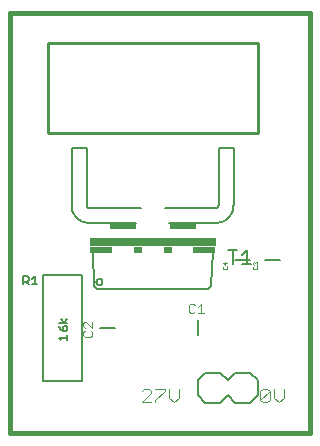
<source format=gto>
G75*
%MOIN*%
%OFA0B0*%
%FSLAX24Y24*%
%IPPOS*%
%LPD*%
%AMOC8*
5,1,8,0,0,1.08239X$1,22.5*
%
%ADD10C,0.0160*%
%ADD11C,0.0040*%
%ADD12C,0.0060*%
%ADD13R,0.4200X0.0300*%
%ADD14R,0.0750X0.0200*%
%ADD15R,0.0300X0.0200*%
%ADD16C,0.0050*%
%ADD17C,0.0080*%
%ADD18C,0.0030*%
%ADD19C,0.0100*%
%ADD20R,0.0900X0.0200*%
%ADD21C,0.0010*%
D10*
X000180Y000180D02*
X000180Y014180D01*
X010180Y014180D01*
X010180Y000180D01*
X000180Y000180D01*
D11*
X004569Y001200D02*
X004876Y001507D01*
X004876Y001584D01*
X004799Y001660D01*
X004646Y001660D01*
X004569Y001584D01*
X004569Y001200D02*
X004876Y001200D01*
X005029Y001200D02*
X005029Y001277D01*
X005336Y001584D01*
X005336Y001660D01*
X005029Y001660D01*
X005490Y001660D02*
X005490Y001353D01*
X005643Y001200D01*
X005797Y001353D01*
X005797Y001660D01*
X008529Y001584D02*
X008529Y001277D01*
X008836Y001584D01*
X008836Y001277D01*
X008759Y001200D01*
X008606Y001200D01*
X008529Y001277D01*
X008529Y001584D02*
X008606Y001660D01*
X008759Y001660D01*
X008836Y001584D01*
X008990Y001660D02*
X008990Y001353D01*
X009143Y001200D01*
X009297Y001353D01*
X009297Y001660D01*
D12*
X006780Y004980D02*
X006880Y005080D01*
X006930Y006230D01*
X007030Y007180D02*
X005480Y007180D01*
X005330Y007680D02*
X007030Y007680D01*
X007030Y007180D02*
X007077Y007182D01*
X007124Y007187D01*
X007170Y007197D01*
X007215Y007209D01*
X007260Y007226D01*
X007302Y007245D01*
X007343Y007268D01*
X007383Y007295D01*
X007420Y007324D01*
X007454Y007356D01*
X007486Y007390D01*
X007515Y007427D01*
X007542Y007467D01*
X007565Y007508D01*
X007584Y007550D01*
X007601Y007595D01*
X007613Y007640D01*
X007623Y007686D01*
X007628Y007733D01*
X007630Y007780D01*
X007630Y009680D01*
X007130Y009680D01*
X007130Y007780D01*
X007128Y007763D01*
X007124Y007746D01*
X007117Y007730D01*
X007107Y007716D01*
X007094Y007703D01*
X007080Y007693D01*
X007064Y007686D01*
X007047Y007682D01*
X007030Y007680D01*
X006780Y004980D02*
X003080Y004980D01*
X002980Y005080D01*
X002930Y006230D01*
X002830Y007180D02*
X004380Y007180D01*
X004530Y007680D02*
X002830Y007680D01*
X002830Y007180D02*
X002783Y007182D01*
X002736Y007187D01*
X002690Y007197D01*
X002645Y007209D01*
X002600Y007226D01*
X002558Y007245D01*
X002517Y007268D01*
X002477Y007295D01*
X002440Y007324D01*
X002406Y007356D01*
X002374Y007390D01*
X002345Y007427D01*
X002318Y007467D01*
X002295Y007508D01*
X002276Y007550D01*
X002259Y007595D01*
X002247Y007640D01*
X002237Y007686D01*
X002232Y007733D01*
X002230Y007780D01*
X002230Y009680D01*
X002730Y009680D01*
X002730Y007780D01*
X002732Y007763D01*
X002736Y007746D01*
X002743Y007730D01*
X002753Y007716D01*
X002766Y007703D01*
X002780Y007693D01*
X002796Y007686D01*
X002813Y007682D01*
X002830Y007680D01*
X003060Y005220D02*
X003062Y005240D01*
X003068Y005258D01*
X003077Y005276D01*
X003089Y005291D01*
X003104Y005303D01*
X003122Y005312D01*
X003140Y005318D01*
X003160Y005320D01*
X003180Y005318D01*
X003198Y005312D01*
X003216Y005303D01*
X003231Y005291D01*
X003243Y005276D01*
X003252Y005258D01*
X003258Y005240D01*
X003260Y005220D01*
X003258Y005200D01*
X003252Y005182D01*
X003243Y005164D01*
X003231Y005149D01*
X003216Y005137D01*
X003198Y005128D01*
X003180Y005122D01*
X003160Y005120D01*
X003140Y005122D01*
X003122Y005128D01*
X003104Y005137D01*
X003089Y005149D01*
X003077Y005164D01*
X003068Y005182D01*
X003062Y005200D01*
X003060Y005220D01*
D13*
X004930Y006530D03*
D14*
X003205Y006280D03*
X006655Y006280D03*
D15*
X005430Y006280D03*
X004430Y006280D03*
D16*
X002075Y003995D02*
X001985Y003859D01*
X001895Y003995D01*
X001805Y003859D02*
X002075Y003859D01*
X002030Y003745D02*
X002075Y003700D01*
X002075Y003610D01*
X002030Y003565D01*
X001940Y003565D01*
X001940Y003700D01*
X001985Y003745D01*
X002030Y003745D01*
X001850Y003655D02*
X001940Y003565D01*
X001850Y003655D02*
X001805Y003745D01*
X001805Y003360D02*
X002075Y003360D01*
X002075Y003270D02*
X002075Y003450D01*
X001895Y003270D02*
X001805Y003360D01*
X001091Y005135D02*
X000910Y005135D01*
X001000Y005135D02*
X001000Y005405D01*
X000910Y005315D01*
X000796Y005270D02*
X000751Y005225D01*
X000616Y005225D01*
X000706Y005225D02*
X000796Y005135D01*
X000796Y005270D02*
X000796Y005360D01*
X000751Y005405D01*
X000616Y005405D01*
X000616Y005135D01*
X007455Y006275D02*
X007755Y006275D01*
X007605Y006275D02*
X007605Y005825D01*
X007915Y005825D02*
X008216Y005825D01*
X008066Y005825D02*
X008066Y006275D01*
X007915Y006125D01*
D17*
X007680Y005930D02*
X008180Y005930D01*
X008680Y005930D02*
X009180Y005930D01*
X006430Y003930D02*
X006430Y003430D01*
X006680Y002180D02*
X007180Y002180D01*
X007430Y001930D01*
X007680Y002180D01*
X008180Y002180D01*
X008430Y001930D01*
X008430Y001430D01*
X008180Y001180D01*
X007680Y001180D01*
X007430Y001430D01*
X007180Y001180D01*
X006680Y001180D01*
X006430Y001430D01*
X006430Y001930D01*
X006680Y002180D01*
X003680Y003680D02*
X003180Y003680D01*
X002580Y001908D02*
X001280Y001908D01*
X001280Y005452D01*
X002580Y005452D01*
X002580Y001908D01*
D18*
X002673Y003395D02*
X002867Y003395D01*
X002915Y003443D01*
X002915Y003540D01*
X002867Y003588D01*
X002915Y003690D02*
X002722Y003883D01*
X002673Y003883D01*
X002625Y003835D01*
X002625Y003738D01*
X002673Y003690D01*
X002673Y003588D02*
X002625Y003540D01*
X002625Y003443D01*
X002673Y003395D01*
X002915Y003690D02*
X002915Y003883D01*
X006145Y004243D02*
X006193Y004195D01*
X006290Y004195D01*
X006338Y004243D01*
X006440Y004195D02*
X006633Y004195D01*
X006536Y004195D02*
X006536Y004485D01*
X006440Y004388D01*
X006338Y004437D02*
X006290Y004485D01*
X006193Y004485D01*
X006145Y004437D01*
X006145Y004243D01*
D19*
X008430Y010180D02*
X008430Y013180D01*
X001430Y013180D01*
X001430Y010180D01*
X008430Y010180D01*
D20*
X005930Y007080D03*
X003930Y007080D03*
D21*
X007275Y005857D02*
X007350Y005782D01*
X007350Y005882D01*
X007425Y005857D02*
X007275Y005857D01*
X007300Y005735D02*
X007275Y005710D01*
X007275Y005660D01*
X007300Y005635D01*
X007400Y005635D01*
X007425Y005660D01*
X007425Y005710D01*
X007400Y005735D01*
X008275Y005710D02*
X008275Y005660D01*
X008300Y005635D01*
X008400Y005635D01*
X008425Y005660D01*
X008425Y005710D01*
X008400Y005735D01*
X008400Y005782D02*
X008425Y005807D01*
X008425Y005857D01*
X008400Y005882D01*
X008375Y005882D01*
X008350Y005857D01*
X008350Y005832D01*
X008350Y005857D02*
X008325Y005882D01*
X008300Y005882D01*
X008275Y005857D01*
X008275Y005807D01*
X008300Y005782D01*
X008300Y005735D02*
X008275Y005710D01*
M02*

</source>
